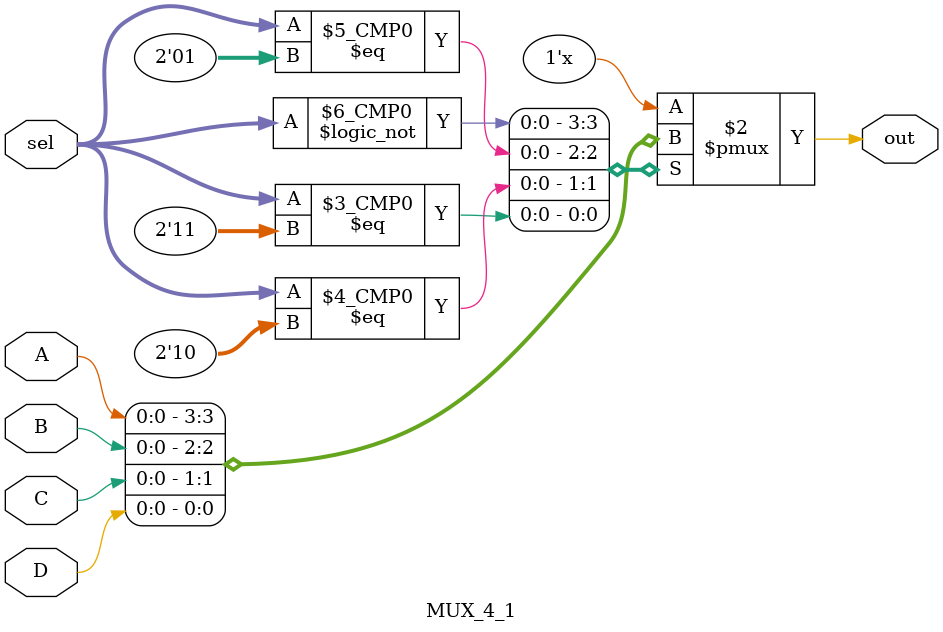
<source format=v>
`timescale 1ns / 1ps


module MUX_4_1(input A,input B,input C,input D,input [1:0] sel,output reg out 

    );
    always @(*) begin
        case (sel)
            0: out =A;
            1: out =B;
            2: out =C;
            3: out =D;
        endcase
    end
endmodule

</source>
